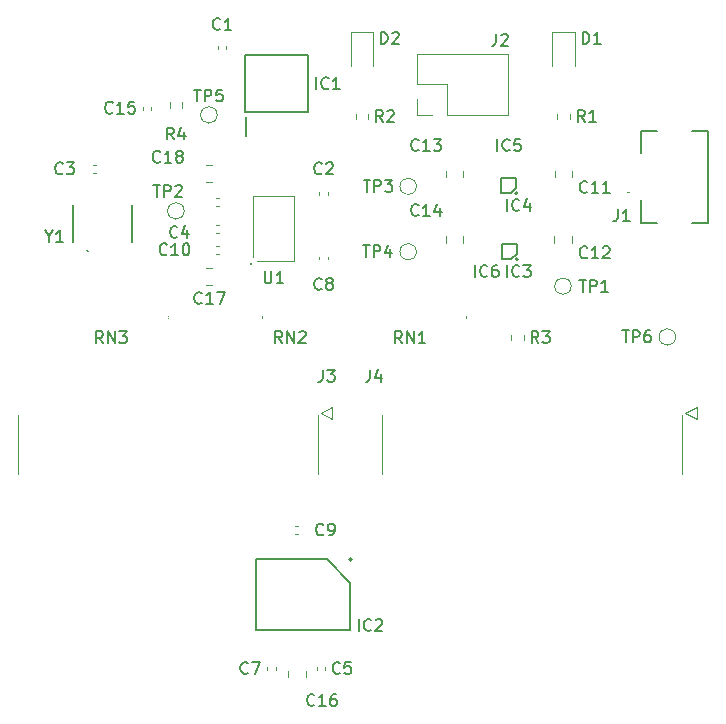
<source format=gto>
%TF.GenerationSoftware,KiCad,Pcbnew,(6.0.5)*%
%TF.CreationDate,2022-09-03T12:51:18+02:00*%
%TF.ProjectId,hyperram_asic,68797065-7272-4616-9d5f-617369632e6b,rev?*%
%TF.SameCoordinates,Original*%
%TF.FileFunction,Legend,Top*%
%TF.FilePolarity,Positive*%
%FSLAX46Y46*%
G04 Gerber Fmt 4.6, Leading zero omitted, Abs format (unit mm)*
G04 Created by KiCad (PCBNEW (6.0.5)) date 2022-09-03 12:51:18*
%MOMM*%
%LPD*%
G01*
G04 APERTURE LIST*
%ADD10C,0.150000*%
%ADD11C,0.120000*%
%ADD12C,0.200000*%
%ADD13C,0.100000*%
G04 APERTURE END LIST*
D10*
%TO.C,IC6*%
X182183209Y-92451180D02*
X182183209Y-91451180D01*
X183230828Y-92355942D02*
X183183209Y-92403561D01*
X183040352Y-92451180D01*
X182945114Y-92451180D01*
X182802257Y-92403561D01*
X182707019Y-92308323D01*
X182659400Y-92213085D01*
X182611780Y-92022609D01*
X182611780Y-91879752D01*
X182659400Y-91689276D01*
X182707019Y-91594038D01*
X182802257Y-91498800D01*
X182945114Y-91451180D01*
X183040352Y-91451180D01*
X183183209Y-91498800D01*
X183230828Y-91546419D01*
X184087971Y-91451180D02*
X183897495Y-91451180D01*
X183802257Y-91498800D01*
X183754638Y-91546419D01*
X183659400Y-91689276D01*
X183611780Y-91879752D01*
X183611780Y-92260704D01*
X183659400Y-92355942D01*
X183707019Y-92403561D01*
X183802257Y-92451180D01*
X183992733Y-92451180D01*
X184087971Y-92403561D01*
X184135590Y-92355942D01*
X184183209Y-92260704D01*
X184183209Y-92022609D01*
X184135590Y-91927371D01*
X184087971Y-91879752D01*
X183992733Y-91832133D01*
X183802257Y-91832133D01*
X183707019Y-91879752D01*
X183659400Y-91927371D01*
X183611780Y-92022609D01*
%TO.C,IC5*%
X184082809Y-81783180D02*
X184082809Y-80783180D01*
X185130428Y-81687942D02*
X185082809Y-81735561D01*
X184939952Y-81783180D01*
X184844714Y-81783180D01*
X184701857Y-81735561D01*
X184606619Y-81640323D01*
X184559000Y-81545085D01*
X184511380Y-81354609D01*
X184511380Y-81211752D01*
X184559000Y-81021276D01*
X184606619Y-80926038D01*
X184701857Y-80830800D01*
X184844714Y-80783180D01*
X184939952Y-80783180D01*
X185082809Y-80830800D01*
X185130428Y-80878419D01*
X186035190Y-80783180D02*
X185559000Y-80783180D01*
X185511380Y-81259371D01*
X185559000Y-81211752D01*
X185654238Y-81164133D01*
X185892333Y-81164133D01*
X185987571Y-81211752D01*
X186035190Y-81259371D01*
X186082809Y-81354609D01*
X186082809Y-81592704D01*
X186035190Y-81687942D01*
X185987571Y-81735561D01*
X185892333Y-81783180D01*
X185654238Y-81783180D01*
X185559000Y-81735561D01*
X185511380Y-81687942D01*
%TO.C,R2*%
X174382133Y-79344780D02*
X174048800Y-78868590D01*
X173810704Y-79344780D02*
X173810704Y-78344780D01*
X174191657Y-78344780D01*
X174286895Y-78392400D01*
X174334514Y-78440019D01*
X174382133Y-78535257D01*
X174382133Y-78678114D01*
X174334514Y-78773352D01*
X174286895Y-78820971D01*
X174191657Y-78868590D01*
X173810704Y-78868590D01*
X174763085Y-78440019D02*
X174810704Y-78392400D01*
X174905942Y-78344780D01*
X175144038Y-78344780D01*
X175239276Y-78392400D01*
X175286895Y-78440019D01*
X175334514Y-78535257D01*
X175334514Y-78630495D01*
X175286895Y-78773352D01*
X174715466Y-79344780D01*
X175334514Y-79344780D01*
%TO.C,C15*%
X151503142Y-78529642D02*
X151455523Y-78577261D01*
X151312666Y-78624880D01*
X151217428Y-78624880D01*
X151074571Y-78577261D01*
X150979333Y-78482023D01*
X150931714Y-78386785D01*
X150884095Y-78196309D01*
X150884095Y-78053452D01*
X150931714Y-77862976D01*
X150979333Y-77767738D01*
X151074571Y-77672500D01*
X151217428Y-77624880D01*
X151312666Y-77624880D01*
X151455523Y-77672500D01*
X151503142Y-77720119D01*
X152455523Y-78624880D02*
X151884095Y-78624880D01*
X152169809Y-78624880D02*
X152169809Y-77624880D01*
X152074571Y-77767738D01*
X151979333Y-77862976D01*
X151884095Y-77910595D01*
X153360285Y-77624880D02*
X152884095Y-77624880D01*
X152836476Y-78101071D01*
X152884095Y-78053452D01*
X152979333Y-78005833D01*
X153217428Y-78005833D01*
X153312666Y-78053452D01*
X153360285Y-78101071D01*
X153407904Y-78196309D01*
X153407904Y-78434404D01*
X153360285Y-78529642D01*
X153312666Y-78577261D01*
X153217428Y-78624880D01*
X152979333Y-78624880D01*
X152884095Y-78577261D01*
X152836476Y-78529642D01*
%TO.C,C1*%
X160615333Y-71451742D02*
X160567714Y-71499361D01*
X160424857Y-71546980D01*
X160329619Y-71546980D01*
X160186761Y-71499361D01*
X160091523Y-71404123D01*
X160043904Y-71308885D01*
X159996285Y-71118409D01*
X159996285Y-70975552D01*
X160043904Y-70785076D01*
X160091523Y-70689838D01*
X160186761Y-70594600D01*
X160329619Y-70546980D01*
X160424857Y-70546980D01*
X160567714Y-70594600D01*
X160615333Y-70642219D01*
X161567714Y-71546980D02*
X160996285Y-71546980D01*
X161282000Y-71546980D02*
X161282000Y-70546980D01*
X161186761Y-70689838D01*
X161091523Y-70785076D01*
X160996285Y-70832695D01*
%TO.C,D1*%
X191311304Y-72715380D02*
X191311304Y-71715380D01*
X191549400Y-71715380D01*
X191692257Y-71763000D01*
X191787495Y-71858238D01*
X191835114Y-71953476D01*
X191882733Y-72143952D01*
X191882733Y-72286809D01*
X191835114Y-72477285D01*
X191787495Y-72572523D01*
X191692257Y-72667761D01*
X191549400Y-72715380D01*
X191311304Y-72715380D01*
X192835114Y-72715380D02*
X192263685Y-72715380D01*
X192549400Y-72715380D02*
X192549400Y-71715380D01*
X192454161Y-71858238D01*
X192358923Y-71953476D01*
X192263685Y-72001095D01*
%TO.C,TP2*%
X154948095Y-84669380D02*
X155519523Y-84669380D01*
X155233809Y-85669380D02*
X155233809Y-84669380D01*
X155852857Y-85669380D02*
X155852857Y-84669380D01*
X156233809Y-84669380D01*
X156329047Y-84717000D01*
X156376666Y-84764619D01*
X156424285Y-84859857D01*
X156424285Y-85002714D01*
X156376666Y-85097952D01*
X156329047Y-85145571D01*
X156233809Y-85193190D01*
X155852857Y-85193190D01*
X156805238Y-84764619D02*
X156852857Y-84717000D01*
X156948095Y-84669380D01*
X157186190Y-84669380D01*
X157281428Y-84717000D01*
X157329047Y-84764619D01*
X157376666Y-84859857D01*
X157376666Y-84955095D01*
X157329047Y-85097952D01*
X156757619Y-85669380D01*
X157376666Y-85669380D01*
%TO.C,C12*%
X191685942Y-90781142D02*
X191638323Y-90828761D01*
X191495466Y-90876380D01*
X191400228Y-90876380D01*
X191257371Y-90828761D01*
X191162133Y-90733523D01*
X191114514Y-90638285D01*
X191066895Y-90447809D01*
X191066895Y-90304952D01*
X191114514Y-90114476D01*
X191162133Y-90019238D01*
X191257371Y-89924000D01*
X191400228Y-89876380D01*
X191495466Y-89876380D01*
X191638323Y-89924000D01*
X191685942Y-89971619D01*
X192638323Y-90876380D02*
X192066895Y-90876380D01*
X192352609Y-90876380D02*
X192352609Y-89876380D01*
X192257371Y-90019238D01*
X192162133Y-90114476D01*
X192066895Y-90162095D01*
X193019276Y-89971619D02*
X193066895Y-89924000D01*
X193162133Y-89876380D01*
X193400228Y-89876380D01*
X193495466Y-89924000D01*
X193543085Y-89971619D01*
X193590704Y-90066857D01*
X193590704Y-90162095D01*
X193543085Y-90304952D01*
X192971657Y-90876380D01*
X193590704Y-90876380D01*
%TO.C,C7*%
X162952133Y-125960142D02*
X162904514Y-126007761D01*
X162761657Y-126055380D01*
X162666419Y-126055380D01*
X162523561Y-126007761D01*
X162428323Y-125912523D01*
X162380704Y-125817285D01*
X162333085Y-125626809D01*
X162333085Y-125483952D01*
X162380704Y-125293476D01*
X162428323Y-125198238D01*
X162523561Y-125103000D01*
X162666419Y-125055380D01*
X162761657Y-125055380D01*
X162904514Y-125103000D01*
X162952133Y-125150619D01*
X163285466Y-125055380D02*
X163952133Y-125055380D01*
X163523561Y-126055380D01*
%TO.C,IC3*%
X184901009Y-92451180D02*
X184901009Y-91451180D01*
X185948628Y-92355942D02*
X185901009Y-92403561D01*
X185758152Y-92451180D01*
X185662914Y-92451180D01*
X185520057Y-92403561D01*
X185424819Y-92308323D01*
X185377200Y-92213085D01*
X185329580Y-92022609D01*
X185329580Y-91879752D01*
X185377200Y-91689276D01*
X185424819Y-91594038D01*
X185520057Y-91498800D01*
X185662914Y-91451180D01*
X185758152Y-91451180D01*
X185901009Y-91498800D01*
X185948628Y-91546419D01*
X186281961Y-91451180D02*
X186901009Y-91451180D01*
X186567676Y-91832133D01*
X186710533Y-91832133D01*
X186805771Y-91879752D01*
X186853390Y-91927371D01*
X186901009Y-92022609D01*
X186901009Y-92260704D01*
X186853390Y-92355942D01*
X186805771Y-92403561D01*
X186710533Y-92451180D01*
X186424819Y-92451180D01*
X186329580Y-92403561D01*
X186281961Y-92355942D01*
%TO.C,R3*%
X187564733Y-98039180D02*
X187231400Y-97562990D01*
X186993304Y-98039180D02*
X186993304Y-97039180D01*
X187374257Y-97039180D01*
X187469495Y-97086800D01*
X187517114Y-97134419D01*
X187564733Y-97229657D01*
X187564733Y-97372514D01*
X187517114Y-97467752D01*
X187469495Y-97515371D01*
X187374257Y-97562990D01*
X186993304Y-97562990D01*
X187898066Y-97039180D02*
X188517114Y-97039180D01*
X188183780Y-97420133D01*
X188326638Y-97420133D01*
X188421876Y-97467752D01*
X188469495Y-97515371D01*
X188517114Y-97610609D01*
X188517114Y-97848704D01*
X188469495Y-97943942D01*
X188421876Y-97991561D01*
X188326638Y-98039180D01*
X188040923Y-98039180D01*
X187945685Y-97991561D01*
X187898066Y-97943942D01*
%TO.C,C5*%
X170749933Y-125960142D02*
X170702314Y-126007761D01*
X170559457Y-126055380D01*
X170464219Y-126055380D01*
X170321361Y-126007761D01*
X170226123Y-125912523D01*
X170178504Y-125817285D01*
X170130885Y-125626809D01*
X170130885Y-125483952D01*
X170178504Y-125293476D01*
X170226123Y-125198238D01*
X170321361Y-125103000D01*
X170464219Y-125055380D01*
X170559457Y-125055380D01*
X170702314Y-125103000D01*
X170749933Y-125150619D01*
X171654695Y-125055380D02*
X171178504Y-125055380D01*
X171130885Y-125531571D01*
X171178504Y-125483952D01*
X171273742Y-125436333D01*
X171511838Y-125436333D01*
X171607076Y-125483952D01*
X171654695Y-125531571D01*
X171702314Y-125626809D01*
X171702314Y-125864904D01*
X171654695Y-125960142D01*
X171607076Y-126007761D01*
X171511838Y-126055380D01*
X171273742Y-126055380D01*
X171178504Y-126007761D01*
X171130885Y-125960142D01*
%TO.C,C16*%
X168597342Y-128677942D02*
X168549723Y-128725561D01*
X168406866Y-128773180D01*
X168311628Y-128773180D01*
X168168771Y-128725561D01*
X168073533Y-128630323D01*
X168025914Y-128535085D01*
X167978295Y-128344609D01*
X167978295Y-128201752D01*
X168025914Y-128011276D01*
X168073533Y-127916038D01*
X168168771Y-127820800D01*
X168311628Y-127773180D01*
X168406866Y-127773180D01*
X168549723Y-127820800D01*
X168597342Y-127868419D01*
X169549723Y-128773180D02*
X168978295Y-128773180D01*
X169264009Y-128773180D02*
X169264009Y-127773180D01*
X169168771Y-127916038D01*
X169073533Y-128011276D01*
X168978295Y-128058895D01*
X170406866Y-127773180D02*
X170216390Y-127773180D01*
X170121152Y-127820800D01*
X170073533Y-127868419D01*
X169978295Y-128011276D01*
X169930676Y-128201752D01*
X169930676Y-128582704D01*
X169978295Y-128677942D01*
X170025914Y-128725561D01*
X170121152Y-128773180D01*
X170311628Y-128773180D01*
X170406866Y-128725561D01*
X170454485Y-128677942D01*
X170502104Y-128582704D01*
X170502104Y-128344609D01*
X170454485Y-128249371D01*
X170406866Y-128201752D01*
X170311628Y-128154133D01*
X170121152Y-128154133D01*
X170025914Y-128201752D01*
X169978295Y-128249371D01*
X169930676Y-128344609D01*
%TO.C,J2*%
X183969066Y-71893180D02*
X183969066Y-72607466D01*
X183921447Y-72750323D01*
X183826209Y-72845561D01*
X183683352Y-72893180D01*
X183588114Y-72893180D01*
X184397638Y-71988419D02*
X184445257Y-71940800D01*
X184540495Y-71893180D01*
X184778590Y-71893180D01*
X184873828Y-71940800D01*
X184921447Y-71988419D01*
X184969066Y-72083657D01*
X184969066Y-72178895D01*
X184921447Y-72321752D01*
X184350019Y-72893180D01*
X184969066Y-72893180D01*
%TO.C,J3*%
X169313266Y-100315780D02*
X169313266Y-101030066D01*
X169265647Y-101172923D01*
X169170409Y-101268161D01*
X169027552Y-101315780D01*
X168932314Y-101315780D01*
X169694219Y-100315780D02*
X170313266Y-100315780D01*
X169979933Y-100696733D01*
X170122790Y-100696733D01*
X170218028Y-100744352D01*
X170265647Y-100791971D01*
X170313266Y-100887209D01*
X170313266Y-101125304D01*
X170265647Y-101220542D01*
X170218028Y-101268161D01*
X170122790Y-101315780D01*
X169837076Y-101315780D01*
X169741838Y-101268161D01*
X169694219Y-101220542D01*
%TO.C,RN2*%
X165857323Y-98052380D02*
X165523990Y-97576190D01*
X165285895Y-98052380D02*
X165285895Y-97052380D01*
X165666847Y-97052380D01*
X165762085Y-97100000D01*
X165809704Y-97147619D01*
X165857323Y-97242857D01*
X165857323Y-97385714D01*
X165809704Y-97480952D01*
X165762085Y-97528571D01*
X165666847Y-97576190D01*
X165285895Y-97576190D01*
X166285895Y-98052380D02*
X166285895Y-97052380D01*
X166857323Y-98052380D01*
X166857323Y-97052380D01*
X167285895Y-97147619D02*
X167333514Y-97100000D01*
X167428752Y-97052380D01*
X167666847Y-97052380D01*
X167762085Y-97100000D01*
X167809704Y-97147619D01*
X167857323Y-97242857D01*
X167857323Y-97338095D01*
X167809704Y-97480952D01*
X167238276Y-98052380D01*
X167857323Y-98052380D01*
%TO.C,R4*%
X156703733Y-80817980D02*
X156370400Y-80341790D01*
X156132304Y-80817980D02*
X156132304Y-79817980D01*
X156513257Y-79817980D01*
X156608495Y-79865600D01*
X156656114Y-79913219D01*
X156703733Y-80008457D01*
X156703733Y-80151314D01*
X156656114Y-80246552D01*
X156608495Y-80294171D01*
X156513257Y-80341790D01*
X156132304Y-80341790D01*
X157560876Y-80151314D02*
X157560876Y-80817980D01*
X157322780Y-79770361D02*
X157084685Y-80484647D01*
X157703733Y-80484647D01*
%TO.C,RN1*%
X175991923Y-98064580D02*
X175658590Y-97588390D01*
X175420495Y-98064580D02*
X175420495Y-97064580D01*
X175801447Y-97064580D01*
X175896685Y-97112200D01*
X175944304Y-97159819D01*
X175991923Y-97255057D01*
X175991923Y-97397914D01*
X175944304Y-97493152D01*
X175896685Y-97540771D01*
X175801447Y-97588390D01*
X175420495Y-97588390D01*
X176420495Y-98064580D02*
X176420495Y-97064580D01*
X176991923Y-98064580D01*
X176991923Y-97064580D01*
X177991923Y-98064580D02*
X177420495Y-98064580D01*
X177706209Y-98064580D02*
X177706209Y-97064580D01*
X177610971Y-97207438D01*
X177515733Y-97302676D01*
X177420495Y-97350295D01*
%TO.C,TP3*%
X172753495Y-84237580D02*
X173324923Y-84237580D01*
X173039209Y-85237580D02*
X173039209Y-84237580D01*
X173658257Y-85237580D02*
X173658257Y-84237580D01*
X174039209Y-84237580D01*
X174134447Y-84285200D01*
X174182066Y-84332819D01*
X174229685Y-84428057D01*
X174229685Y-84570914D01*
X174182066Y-84666152D01*
X174134447Y-84713771D01*
X174039209Y-84761390D01*
X173658257Y-84761390D01*
X174563019Y-84237580D02*
X175182066Y-84237580D01*
X174848733Y-84618533D01*
X174991590Y-84618533D01*
X175086828Y-84666152D01*
X175134447Y-84713771D01*
X175182066Y-84809009D01*
X175182066Y-85047104D01*
X175134447Y-85142342D01*
X175086828Y-85189961D01*
X174991590Y-85237580D01*
X174705876Y-85237580D01*
X174610638Y-85189961D01*
X174563019Y-85142342D01*
%TO.C,D2*%
X174217104Y-72715380D02*
X174217104Y-71715380D01*
X174455200Y-71715380D01*
X174598057Y-71763000D01*
X174693295Y-71858238D01*
X174740914Y-71953476D01*
X174788533Y-72143952D01*
X174788533Y-72286809D01*
X174740914Y-72477285D01*
X174693295Y-72572523D01*
X174598057Y-72667761D01*
X174455200Y-72715380D01*
X174217104Y-72715380D01*
X175169485Y-71810619D02*
X175217104Y-71763000D01*
X175312342Y-71715380D01*
X175550438Y-71715380D01*
X175645676Y-71763000D01*
X175693295Y-71810619D01*
X175740914Y-71905857D01*
X175740914Y-72001095D01*
X175693295Y-72143952D01*
X175121866Y-72715380D01*
X175740914Y-72715380D01*
%TO.C,IC2*%
X172353409Y-122423180D02*
X172353409Y-121423180D01*
X173401028Y-122327942D02*
X173353409Y-122375561D01*
X173210552Y-122423180D01*
X173115314Y-122423180D01*
X172972457Y-122375561D01*
X172877219Y-122280323D01*
X172829600Y-122185085D01*
X172781980Y-121994609D01*
X172781980Y-121851752D01*
X172829600Y-121661276D01*
X172877219Y-121566038D01*
X172972457Y-121470800D01*
X173115314Y-121423180D01*
X173210552Y-121423180D01*
X173353409Y-121470800D01*
X173401028Y-121518419D01*
X173781980Y-121518419D02*
X173829600Y-121470800D01*
X173924838Y-121423180D01*
X174162933Y-121423180D01*
X174258171Y-121470800D01*
X174305790Y-121518419D01*
X174353409Y-121613657D01*
X174353409Y-121708895D01*
X174305790Y-121851752D01*
X173734361Y-122423180D01*
X174353409Y-122423180D01*
%TO.C,TP5*%
X158402495Y-76592180D02*
X158973923Y-76592180D01*
X158688209Y-77592180D02*
X158688209Y-76592180D01*
X159307257Y-77592180D02*
X159307257Y-76592180D01*
X159688209Y-76592180D01*
X159783447Y-76639800D01*
X159831066Y-76687419D01*
X159878685Y-76782657D01*
X159878685Y-76925514D01*
X159831066Y-77020752D01*
X159783447Y-77068371D01*
X159688209Y-77115990D01*
X159307257Y-77115990D01*
X160783447Y-76592180D02*
X160307257Y-76592180D01*
X160259638Y-77068371D01*
X160307257Y-77020752D01*
X160402495Y-76973133D01*
X160640590Y-76973133D01*
X160735828Y-77020752D01*
X160783447Y-77068371D01*
X160831066Y-77163609D01*
X160831066Y-77401704D01*
X160783447Y-77496942D01*
X160735828Y-77544561D01*
X160640590Y-77592180D01*
X160402495Y-77592180D01*
X160307257Y-77544561D01*
X160259638Y-77496942D01*
%TO.C,C13*%
X177411142Y-81687942D02*
X177363523Y-81735561D01*
X177220666Y-81783180D01*
X177125428Y-81783180D01*
X176982571Y-81735561D01*
X176887333Y-81640323D01*
X176839714Y-81545085D01*
X176792095Y-81354609D01*
X176792095Y-81211752D01*
X176839714Y-81021276D01*
X176887333Y-80926038D01*
X176982571Y-80830800D01*
X177125428Y-80783180D01*
X177220666Y-80783180D01*
X177363523Y-80830800D01*
X177411142Y-80878419D01*
X178363523Y-81783180D02*
X177792095Y-81783180D01*
X178077809Y-81783180D02*
X178077809Y-80783180D01*
X177982571Y-80926038D01*
X177887333Y-81021276D01*
X177792095Y-81068895D01*
X178696857Y-80783180D02*
X179315904Y-80783180D01*
X178982571Y-81164133D01*
X179125428Y-81164133D01*
X179220666Y-81211752D01*
X179268285Y-81259371D01*
X179315904Y-81354609D01*
X179315904Y-81592704D01*
X179268285Y-81687942D01*
X179220666Y-81735561D01*
X179125428Y-81783180D01*
X178839714Y-81783180D01*
X178744476Y-81735561D01*
X178696857Y-81687942D01*
%TO.C,TP6*%
X194648295Y-96988380D02*
X195219723Y-96988380D01*
X194934009Y-97988380D02*
X194934009Y-96988380D01*
X195553057Y-97988380D02*
X195553057Y-96988380D01*
X195934009Y-96988380D01*
X196029247Y-97036000D01*
X196076866Y-97083619D01*
X196124485Y-97178857D01*
X196124485Y-97321714D01*
X196076866Y-97416952D01*
X196029247Y-97464571D01*
X195934009Y-97512190D01*
X195553057Y-97512190D01*
X196981628Y-96988380D02*
X196791152Y-96988380D01*
X196695914Y-97036000D01*
X196648295Y-97083619D01*
X196553057Y-97226476D01*
X196505438Y-97416952D01*
X196505438Y-97797904D01*
X196553057Y-97893142D01*
X196600676Y-97940761D01*
X196695914Y-97988380D01*
X196886390Y-97988380D01*
X196981628Y-97940761D01*
X197029247Y-97893142D01*
X197076866Y-97797904D01*
X197076866Y-97559809D01*
X197029247Y-97464571D01*
X196981628Y-97416952D01*
X196886390Y-97369333D01*
X196695914Y-97369333D01*
X196600676Y-97416952D01*
X196553057Y-97464571D01*
X196505438Y-97559809D01*
%TO.C,C11*%
X191685942Y-85243942D02*
X191638323Y-85291561D01*
X191495466Y-85339180D01*
X191400228Y-85339180D01*
X191257371Y-85291561D01*
X191162133Y-85196323D01*
X191114514Y-85101085D01*
X191066895Y-84910609D01*
X191066895Y-84767752D01*
X191114514Y-84577276D01*
X191162133Y-84482038D01*
X191257371Y-84386800D01*
X191400228Y-84339180D01*
X191495466Y-84339180D01*
X191638323Y-84386800D01*
X191685942Y-84434419D01*
X192638323Y-85339180D02*
X192066895Y-85339180D01*
X192352609Y-85339180D02*
X192352609Y-84339180D01*
X192257371Y-84482038D01*
X192162133Y-84577276D01*
X192066895Y-84624895D01*
X193590704Y-85339180D02*
X193019276Y-85339180D01*
X193304990Y-85339180D02*
X193304990Y-84339180D01*
X193209752Y-84482038D01*
X193114514Y-84577276D01*
X193019276Y-84624895D01*
%TO.C,C4*%
X156983133Y-89053942D02*
X156935514Y-89101561D01*
X156792657Y-89149180D01*
X156697419Y-89149180D01*
X156554561Y-89101561D01*
X156459323Y-89006323D01*
X156411704Y-88911085D01*
X156364085Y-88720609D01*
X156364085Y-88577752D01*
X156411704Y-88387276D01*
X156459323Y-88292038D01*
X156554561Y-88196800D01*
X156697419Y-88149180D01*
X156792657Y-88149180D01*
X156935514Y-88196800D01*
X156983133Y-88244419D01*
X157840276Y-88482514D02*
X157840276Y-89149180D01*
X157602180Y-88101561D02*
X157364085Y-88815847D01*
X157983133Y-88815847D01*
%TO.C,TP4*%
X172702695Y-89774780D02*
X173274123Y-89774780D01*
X172988409Y-90774780D02*
X172988409Y-89774780D01*
X173607457Y-90774780D02*
X173607457Y-89774780D01*
X173988409Y-89774780D01*
X174083647Y-89822400D01*
X174131266Y-89870019D01*
X174178885Y-89965257D01*
X174178885Y-90108114D01*
X174131266Y-90203352D01*
X174083647Y-90250971D01*
X173988409Y-90298590D01*
X173607457Y-90298590D01*
X175036028Y-90108114D02*
X175036028Y-90774780D01*
X174797933Y-89727161D02*
X174559838Y-90441447D01*
X175178885Y-90441447D01*
%TO.C,J4*%
X173301066Y-100315780D02*
X173301066Y-101030066D01*
X173253447Y-101172923D01*
X173158209Y-101268161D01*
X173015352Y-101315780D01*
X172920114Y-101315780D01*
X174205828Y-100649114D02*
X174205828Y-101315780D01*
X173967733Y-100268161D02*
X173729638Y-100982447D01*
X174348685Y-100982447D01*
%TO.C,J1*%
X194281466Y-86726780D02*
X194281466Y-87441066D01*
X194233847Y-87583923D01*
X194138609Y-87679161D01*
X193995752Y-87726780D01*
X193900514Y-87726780D01*
X195281466Y-87726780D02*
X194710038Y-87726780D01*
X194995752Y-87726780D02*
X194995752Y-86726780D01*
X194900514Y-86869638D01*
X194805276Y-86964876D01*
X194710038Y-87012495D01*
%TO.C,U1*%
X164388895Y-91984580D02*
X164388895Y-92794104D01*
X164436514Y-92889342D01*
X164484133Y-92936961D01*
X164579371Y-92984580D01*
X164769847Y-92984580D01*
X164865085Y-92936961D01*
X164912704Y-92889342D01*
X164960323Y-92794104D01*
X164960323Y-91984580D01*
X165960323Y-92984580D02*
X165388895Y-92984580D01*
X165674609Y-92984580D02*
X165674609Y-91984580D01*
X165579371Y-92127438D01*
X165484133Y-92222676D01*
X165388895Y-92270295D01*
%TO.C,C2*%
X169200533Y-83669142D02*
X169152914Y-83716761D01*
X169010057Y-83764380D01*
X168914819Y-83764380D01*
X168771961Y-83716761D01*
X168676723Y-83621523D01*
X168629104Y-83526285D01*
X168581485Y-83335809D01*
X168581485Y-83192952D01*
X168629104Y-83002476D01*
X168676723Y-82907238D01*
X168771961Y-82812000D01*
X168914819Y-82764380D01*
X169010057Y-82764380D01*
X169152914Y-82812000D01*
X169200533Y-82859619D01*
X169581485Y-82859619D02*
X169629104Y-82812000D01*
X169724342Y-82764380D01*
X169962438Y-82764380D01*
X170057676Y-82812000D01*
X170105295Y-82859619D01*
X170152914Y-82954857D01*
X170152914Y-83050095D01*
X170105295Y-83192952D01*
X169533866Y-83764380D01*
X170152914Y-83764380D01*
%TO.C,RN3*%
X150693523Y-98064580D02*
X150360190Y-97588390D01*
X150122095Y-98064580D02*
X150122095Y-97064580D01*
X150503047Y-97064580D01*
X150598285Y-97112200D01*
X150645904Y-97159819D01*
X150693523Y-97255057D01*
X150693523Y-97397914D01*
X150645904Y-97493152D01*
X150598285Y-97540771D01*
X150503047Y-97588390D01*
X150122095Y-97588390D01*
X151122095Y-98064580D02*
X151122095Y-97064580D01*
X151693523Y-98064580D01*
X151693523Y-97064580D01*
X152074476Y-97064580D02*
X152693523Y-97064580D01*
X152360190Y-97445533D01*
X152503047Y-97445533D01*
X152598285Y-97493152D01*
X152645904Y-97540771D01*
X152693523Y-97636009D01*
X152693523Y-97874104D01*
X152645904Y-97969342D01*
X152598285Y-98016961D01*
X152503047Y-98064580D01*
X152217333Y-98064580D01*
X152122095Y-98016961D01*
X152074476Y-97969342D01*
%TO.C,C17*%
X159046942Y-94641942D02*
X158999323Y-94689561D01*
X158856466Y-94737180D01*
X158761228Y-94737180D01*
X158618371Y-94689561D01*
X158523133Y-94594323D01*
X158475514Y-94499085D01*
X158427895Y-94308609D01*
X158427895Y-94165752D01*
X158475514Y-93975276D01*
X158523133Y-93880038D01*
X158618371Y-93784800D01*
X158761228Y-93737180D01*
X158856466Y-93737180D01*
X158999323Y-93784800D01*
X159046942Y-93832419D01*
X159999323Y-94737180D02*
X159427895Y-94737180D01*
X159713609Y-94737180D02*
X159713609Y-93737180D01*
X159618371Y-93880038D01*
X159523133Y-93975276D01*
X159427895Y-94022895D01*
X160332657Y-93737180D02*
X160999323Y-93737180D01*
X160570752Y-94737180D01*
%TO.C,R1*%
X191476333Y-79332580D02*
X191143000Y-78856390D01*
X190904904Y-79332580D02*
X190904904Y-78332580D01*
X191285857Y-78332580D01*
X191381095Y-78380200D01*
X191428714Y-78427819D01*
X191476333Y-78523057D01*
X191476333Y-78665914D01*
X191428714Y-78761152D01*
X191381095Y-78808771D01*
X191285857Y-78856390D01*
X190904904Y-78856390D01*
X192428714Y-79332580D02*
X191857285Y-79332580D01*
X192143000Y-79332580D02*
X192143000Y-78332580D01*
X192047761Y-78475438D01*
X191952523Y-78570676D01*
X191857285Y-78618295D01*
%TO.C,C14*%
X177411142Y-87199742D02*
X177363523Y-87247361D01*
X177220666Y-87294980D01*
X177125428Y-87294980D01*
X176982571Y-87247361D01*
X176887333Y-87152123D01*
X176839714Y-87056885D01*
X176792095Y-86866409D01*
X176792095Y-86723552D01*
X176839714Y-86533076D01*
X176887333Y-86437838D01*
X176982571Y-86342600D01*
X177125428Y-86294980D01*
X177220666Y-86294980D01*
X177363523Y-86342600D01*
X177411142Y-86390219D01*
X178363523Y-87294980D02*
X177792095Y-87294980D01*
X178077809Y-87294980D02*
X178077809Y-86294980D01*
X177982571Y-86437838D01*
X177887333Y-86533076D01*
X177792095Y-86580695D01*
X179220666Y-86628314D02*
X179220666Y-87294980D01*
X178982571Y-86247361D02*
X178744476Y-86961647D01*
X179363523Y-86961647D01*
%TO.C,C18*%
X155541742Y-82678542D02*
X155494123Y-82726161D01*
X155351266Y-82773780D01*
X155256028Y-82773780D01*
X155113171Y-82726161D01*
X155017933Y-82630923D01*
X154970314Y-82535685D01*
X154922695Y-82345209D01*
X154922695Y-82202352D01*
X154970314Y-82011876D01*
X155017933Y-81916638D01*
X155113171Y-81821400D01*
X155256028Y-81773780D01*
X155351266Y-81773780D01*
X155494123Y-81821400D01*
X155541742Y-81869019D01*
X156494123Y-82773780D02*
X155922695Y-82773780D01*
X156208409Y-82773780D02*
X156208409Y-81773780D01*
X156113171Y-81916638D01*
X156017933Y-82011876D01*
X155922695Y-82059495D01*
X157065552Y-82202352D02*
X156970314Y-82154733D01*
X156922695Y-82107114D01*
X156875076Y-82011876D01*
X156875076Y-81964257D01*
X156922695Y-81869019D01*
X156970314Y-81821400D01*
X157065552Y-81773780D01*
X157256028Y-81773780D01*
X157351266Y-81821400D01*
X157398885Y-81869019D01*
X157446504Y-81964257D01*
X157446504Y-82011876D01*
X157398885Y-82107114D01*
X157351266Y-82154733D01*
X157256028Y-82202352D01*
X157065552Y-82202352D01*
X156970314Y-82249971D01*
X156922695Y-82297590D01*
X156875076Y-82392828D01*
X156875076Y-82583304D01*
X156922695Y-82678542D01*
X156970314Y-82726161D01*
X157065552Y-82773780D01*
X157256028Y-82773780D01*
X157351266Y-82726161D01*
X157398885Y-82678542D01*
X157446504Y-82583304D01*
X157446504Y-82392828D01*
X157398885Y-82297590D01*
X157351266Y-82249971D01*
X157256028Y-82202352D01*
%TO.C,C8*%
X169200533Y-93448142D02*
X169152914Y-93495761D01*
X169010057Y-93543380D01*
X168914819Y-93543380D01*
X168771961Y-93495761D01*
X168676723Y-93400523D01*
X168629104Y-93305285D01*
X168581485Y-93114809D01*
X168581485Y-92971952D01*
X168629104Y-92781476D01*
X168676723Y-92686238D01*
X168771961Y-92591000D01*
X168914819Y-92543380D01*
X169010057Y-92543380D01*
X169152914Y-92591000D01*
X169200533Y-92638619D01*
X169771961Y-92971952D02*
X169676723Y-92924333D01*
X169629104Y-92876714D01*
X169581485Y-92781476D01*
X169581485Y-92733857D01*
X169629104Y-92638619D01*
X169676723Y-92591000D01*
X169771961Y-92543380D01*
X169962438Y-92543380D01*
X170057676Y-92591000D01*
X170105295Y-92638619D01*
X170152914Y-92733857D01*
X170152914Y-92781476D01*
X170105295Y-92876714D01*
X170057676Y-92924333D01*
X169962438Y-92971952D01*
X169771961Y-92971952D01*
X169676723Y-93019571D01*
X169629104Y-93067190D01*
X169581485Y-93162428D01*
X169581485Y-93352904D01*
X169629104Y-93448142D01*
X169676723Y-93495761D01*
X169771961Y-93543380D01*
X169962438Y-93543380D01*
X170057676Y-93495761D01*
X170105295Y-93448142D01*
X170152914Y-93352904D01*
X170152914Y-93162428D01*
X170105295Y-93067190D01*
X170057676Y-93019571D01*
X169962438Y-92971952D01*
%TO.C,Y1*%
X146107209Y-89028590D02*
X146107209Y-89504780D01*
X145773876Y-88504780D02*
X146107209Y-89028590D01*
X146440542Y-88504780D01*
X147297685Y-89504780D02*
X146726257Y-89504780D01*
X147011971Y-89504780D02*
X147011971Y-88504780D01*
X146916733Y-88647638D01*
X146821495Y-88742876D01*
X146726257Y-88790495D01*
%TO.C,C3*%
X147280333Y-83669142D02*
X147232714Y-83716761D01*
X147089857Y-83764380D01*
X146994619Y-83764380D01*
X146851761Y-83716761D01*
X146756523Y-83621523D01*
X146708904Y-83526285D01*
X146661285Y-83335809D01*
X146661285Y-83192952D01*
X146708904Y-83002476D01*
X146756523Y-82907238D01*
X146851761Y-82812000D01*
X146994619Y-82764380D01*
X147089857Y-82764380D01*
X147232714Y-82812000D01*
X147280333Y-82859619D01*
X147613666Y-82764380D02*
X148232714Y-82764380D01*
X147899380Y-83145333D01*
X148042238Y-83145333D01*
X148137476Y-83192952D01*
X148185095Y-83240571D01*
X148232714Y-83335809D01*
X148232714Y-83573904D01*
X148185095Y-83669142D01*
X148137476Y-83716761D01*
X148042238Y-83764380D01*
X147756523Y-83764380D01*
X147661285Y-83716761D01*
X147613666Y-83669142D01*
%TO.C,TP1*%
X191016095Y-92721180D02*
X191587523Y-92721180D01*
X191301809Y-93721180D02*
X191301809Y-92721180D01*
X191920857Y-93721180D02*
X191920857Y-92721180D01*
X192301809Y-92721180D01*
X192397047Y-92768800D01*
X192444666Y-92816419D01*
X192492285Y-92911657D01*
X192492285Y-93054514D01*
X192444666Y-93149752D01*
X192397047Y-93197371D01*
X192301809Y-93244990D01*
X191920857Y-93244990D01*
X193444666Y-93721180D02*
X192873238Y-93721180D01*
X193158952Y-93721180D02*
X193158952Y-92721180D01*
X193063714Y-92864038D01*
X192968476Y-92959276D01*
X192873238Y-93006895D01*
%TO.C,IC4*%
X184901009Y-86863180D02*
X184901009Y-85863180D01*
X185948628Y-86767942D02*
X185901009Y-86815561D01*
X185758152Y-86863180D01*
X185662914Y-86863180D01*
X185520057Y-86815561D01*
X185424819Y-86720323D01*
X185377200Y-86625085D01*
X185329580Y-86434609D01*
X185329580Y-86291752D01*
X185377200Y-86101276D01*
X185424819Y-86006038D01*
X185520057Y-85910800D01*
X185662914Y-85863180D01*
X185758152Y-85863180D01*
X185901009Y-85910800D01*
X185948628Y-85958419D01*
X186805771Y-86196514D02*
X186805771Y-86863180D01*
X186567676Y-85815561D02*
X186329580Y-86529847D01*
X186948628Y-86529847D01*
%TO.C,C10*%
X156100542Y-90527142D02*
X156052923Y-90574761D01*
X155910066Y-90622380D01*
X155814828Y-90622380D01*
X155671971Y-90574761D01*
X155576733Y-90479523D01*
X155529114Y-90384285D01*
X155481495Y-90193809D01*
X155481495Y-90050952D01*
X155529114Y-89860476D01*
X155576733Y-89765238D01*
X155671971Y-89670000D01*
X155814828Y-89622380D01*
X155910066Y-89622380D01*
X156052923Y-89670000D01*
X156100542Y-89717619D01*
X157052923Y-90622380D02*
X156481495Y-90622380D01*
X156767209Y-90622380D02*
X156767209Y-89622380D01*
X156671971Y-89765238D01*
X156576733Y-89860476D01*
X156481495Y-89908095D01*
X157671971Y-89622380D02*
X157767209Y-89622380D01*
X157862447Y-89670000D01*
X157910066Y-89717619D01*
X157957685Y-89812857D01*
X158005304Y-90003333D01*
X158005304Y-90241428D01*
X157957685Y-90431904D01*
X157910066Y-90527142D01*
X157862447Y-90574761D01*
X157767209Y-90622380D01*
X157671971Y-90622380D01*
X157576733Y-90574761D01*
X157529114Y-90527142D01*
X157481495Y-90431904D01*
X157433876Y-90241428D01*
X157433876Y-90003333D01*
X157481495Y-89812857D01*
X157529114Y-89717619D01*
X157576733Y-89670000D01*
X157671971Y-89622380D01*
%TO.C,IC1*%
X168746609Y-76550780D02*
X168746609Y-75550780D01*
X169794228Y-76455542D02*
X169746609Y-76503161D01*
X169603752Y-76550780D01*
X169508514Y-76550780D01*
X169365657Y-76503161D01*
X169270419Y-76407923D01*
X169222800Y-76312685D01*
X169175180Y-76122209D01*
X169175180Y-75979352D01*
X169222800Y-75788876D01*
X169270419Y-75693638D01*
X169365657Y-75598400D01*
X169508514Y-75550780D01*
X169603752Y-75550780D01*
X169746609Y-75598400D01*
X169794228Y-75646019D01*
X170746609Y-76550780D02*
X170175180Y-76550780D01*
X170460895Y-76550780D02*
X170460895Y-75550780D01*
X170365657Y-75693638D01*
X170270419Y-75788876D01*
X170175180Y-75836495D01*
%TO.C,C9*%
X169352933Y-114250742D02*
X169305314Y-114298361D01*
X169162457Y-114345980D01*
X169067219Y-114345980D01*
X168924361Y-114298361D01*
X168829123Y-114203123D01*
X168781504Y-114107885D01*
X168733885Y-113917409D01*
X168733885Y-113774552D01*
X168781504Y-113584076D01*
X168829123Y-113488838D01*
X168924361Y-113393600D01*
X169067219Y-113345980D01*
X169162457Y-113345980D01*
X169305314Y-113393600D01*
X169352933Y-113441219D01*
X169829123Y-114345980D02*
X170019600Y-114345980D01*
X170114838Y-114298361D01*
X170162457Y-114250742D01*
X170257695Y-114107885D01*
X170305314Y-113917409D01*
X170305314Y-113536457D01*
X170257695Y-113441219D01*
X170210076Y-113393600D01*
X170114838Y-113345980D01*
X169924361Y-113345980D01*
X169829123Y-113393600D01*
X169781504Y-113441219D01*
X169733885Y-113536457D01*
X169733885Y-113774552D01*
X169781504Y-113869790D01*
X169829123Y-113917409D01*
X169924361Y-113965028D01*
X170114838Y-113965028D01*
X170210076Y-113917409D01*
X170257695Y-113869790D01*
X170305314Y-113774552D01*
D11*
%TO.C,R2*%
X172095900Y-79117458D02*
X172095900Y-78642942D01*
X173140900Y-79117458D02*
X173140900Y-78642942D01*
%TO.C,C15*%
X154072000Y-78288335D02*
X154072000Y-78056665D01*
X154792000Y-78288335D02*
X154792000Y-78056665D01*
%TO.C,C1*%
X160422000Y-72943265D02*
X160422000Y-73174935D01*
X161142000Y-72943265D02*
X161142000Y-73174935D01*
%TO.C,D1*%
X190647200Y-71698400D02*
X188727200Y-71698400D01*
X190647200Y-74558400D02*
X190647200Y-71698400D01*
X188727200Y-71698400D02*
X188727200Y-74558400D01*
%TO.C,TP2*%
X157570400Y-86868000D02*
G75*
G03*
X157570400Y-86868000I-700000J0D01*
G01*
%TO.C,C12*%
X190371400Y-89542252D02*
X190371400Y-89019748D01*
X188901400Y-89542252D02*
X188901400Y-89019748D01*
%TO.C,C7*%
X164613000Y-125487165D02*
X164613000Y-125718835D01*
X165333000Y-125487165D02*
X165333000Y-125718835D01*
D12*
%TO.C,IC3*%
X185718800Y-89693400D02*
X185718800Y-90497400D01*
X184460800Y-89693400D02*
X185718800Y-89693400D01*
X185718800Y-90497400D02*
X185264800Y-90951400D01*
X184460800Y-90951400D02*
X184460800Y-89693400D01*
X185264800Y-90951400D02*
X184460800Y-90951400D01*
X185818800Y-90951400D02*
G75*
G03*
X185818800Y-90951400I-100000J0D01*
G01*
D11*
%TO.C,R3*%
X185253100Y-97362742D02*
X185253100Y-97837258D01*
X186298100Y-97362742D02*
X186298100Y-97837258D01*
%TO.C,C5*%
X168778600Y-125487165D02*
X168778600Y-125718835D01*
X169498600Y-125487165D02*
X169498600Y-125718835D01*
%TO.C,C16*%
X167867000Y-125820448D02*
X167867000Y-126342952D01*
X166397000Y-125820448D02*
X166397000Y-126342952D01*
%TO.C,J2*%
X179847000Y-76154200D02*
X177247000Y-76154200D01*
X179847000Y-78754200D02*
X184987000Y-78754200D01*
X178577000Y-78754200D02*
X177247000Y-78754200D01*
X177247000Y-78754200D02*
X177247000Y-77424200D01*
X179847000Y-78754200D02*
X179847000Y-76154200D01*
X177247000Y-73554200D02*
X184987000Y-73554200D01*
X177247000Y-76154200D02*
X177247000Y-73554200D01*
X184987000Y-78754200D02*
X184987000Y-73554200D01*
D13*
%TO.C,J3*%
X143488900Y-109180000D02*
X143488900Y-104180000D01*
X169118900Y-103980000D02*
X170118900Y-103480000D01*
X168888900Y-104180000D02*
X168888900Y-109180000D01*
X170118900Y-103480000D02*
X170118900Y-104480000D01*
X170118900Y-104480000D02*
X169118900Y-103980000D01*
%TO.C,RN2*%
X164191800Y-95900000D02*
X164191800Y-95900000D01*
X164191800Y-95800000D02*
X164191800Y-95800000D01*
X164191800Y-95900000D02*
G75*
G03*
X164191800Y-95800000I0J50000D01*
G01*
X164191800Y-95800000D02*
G75*
G03*
X164191800Y-95900000I0J-50000D01*
G01*
D11*
%TO.C,R4*%
X156347900Y-78152258D02*
X156347900Y-77677742D01*
X157392900Y-78152258D02*
X157392900Y-77677742D01*
D13*
%TO.C,RN1*%
X181438400Y-95800000D02*
X181438400Y-95800000D01*
X181438400Y-95900000D02*
X181438400Y-95900000D01*
X181438400Y-95800000D02*
G75*
G03*
X181438400Y-95900000I0J-50000D01*
G01*
X181438400Y-95900000D02*
G75*
G03*
X181438400Y-95800000I0J50000D01*
G01*
D11*
%TO.C,TP3*%
X177230000Y-84785200D02*
G75*
G03*
X177230000Y-84785200I-700000J0D01*
G01*
%TO.C,D2*%
X171658400Y-71698400D02*
X171658400Y-74558400D01*
X173578400Y-74558400D02*
X173578400Y-71698400D01*
X173578400Y-71698400D02*
X171658400Y-71698400D01*
D12*
%TO.C,IC2*%
X169640000Y-116380000D02*
X171640000Y-118380000D01*
X171640000Y-122380000D02*
X163640000Y-122380000D01*
X163640000Y-116380000D02*
X169640000Y-116380000D01*
X171640000Y-118380000D02*
X171640000Y-122380000D01*
X163640000Y-122380000D02*
X163640000Y-116380000D01*
X171740000Y-116380000D02*
G75*
G03*
X171740000Y-116380000I-100000J0D01*
G01*
D11*
%TO.C,TP5*%
X160364400Y-78740000D02*
G75*
G03*
X160364400Y-78740000I-700000J0D01*
G01*
%TO.C,C13*%
X179706600Y-83998752D02*
X179706600Y-83476248D01*
X181176600Y-83998752D02*
X181176600Y-83476248D01*
%TO.C,TP6*%
X199175600Y-97536000D02*
G75*
G03*
X199175600Y-97536000I-700000J0D01*
G01*
%TO.C,C11*%
X188926800Y-83998752D02*
X188926800Y-83476248D01*
X190396800Y-83998752D02*
X190396800Y-83476248D01*
%TO.C,C4*%
X160491435Y-88032000D02*
X160259765Y-88032000D01*
X160491435Y-88752000D02*
X160259765Y-88752000D01*
%TO.C,TP4*%
X177230000Y-90322400D02*
G75*
G03*
X177230000Y-90322400I-700000J0D01*
G01*
D13*
%TO.C,J4*%
X200978900Y-103480000D02*
X200978900Y-104480000D01*
X174348900Y-109180000D02*
X174348900Y-104180000D01*
X200978900Y-104480000D02*
X199978900Y-103980000D01*
X199978900Y-103980000D02*
X200978900Y-103480000D01*
X199748900Y-104180000D02*
X199748900Y-109180000D01*
%TO.C,J1*%
X195092500Y-85272400D02*
X195092500Y-85272400D01*
D12*
X200592500Y-87872400D02*
X201907500Y-87872400D01*
X201907500Y-87872400D02*
X201907500Y-80072400D01*
D13*
X195192500Y-85272400D02*
X195192500Y-85272400D01*
D12*
X196277500Y-87872400D02*
X196277500Y-85972400D01*
X196277500Y-81972400D02*
X196277500Y-80072400D01*
X197592500Y-87872400D02*
X196277500Y-87872400D01*
X196277500Y-80072400D02*
X197592500Y-80072400D01*
X201907500Y-80072400D02*
X200592500Y-80072400D01*
D13*
X195192500Y-85272400D02*
G75*
G03*
X195092500Y-85272400I-50000J0D01*
G01*
X195092500Y-85272400D02*
G75*
G03*
X195192500Y-85272400I50000J0D01*
G01*
D11*
%TO.C,U1*%
X163400800Y-85642000D02*
X163400800Y-90792000D01*
X163150800Y-91392000D02*
X163250800Y-91392000D01*
X166900800Y-91142000D02*
X166900800Y-85642000D01*
X163150800Y-91292000D02*
X163150800Y-91392000D01*
X166900800Y-85642000D02*
X163400800Y-85642000D01*
X163250800Y-91392000D02*
X163250800Y-91292000D01*
X163750800Y-91142000D02*
X166900800Y-91142000D01*
X163250800Y-91292000D02*
X163150800Y-91292000D01*
%TO.C,C2*%
X169727200Y-85536035D02*
X169727200Y-85304365D01*
X169007200Y-85536035D02*
X169007200Y-85304365D01*
D13*
%TO.C,RN3*%
X156194100Y-95800000D02*
X156194100Y-95800000D01*
X156194100Y-95900000D02*
X156194100Y-95900000D01*
X156194100Y-95800000D02*
G75*
G03*
X156194100Y-95900000I0J-50000D01*
G01*
X156194100Y-95900000D02*
G75*
G03*
X156194100Y-95800000I0J50000D01*
G01*
D11*
%TO.C,C17*%
X159951052Y-93140200D02*
X159428548Y-93140200D01*
X159951052Y-91670200D02*
X159428548Y-91670200D01*
%TO.C,R1*%
X190209700Y-79117458D02*
X190209700Y-78642942D01*
X189164700Y-79117458D02*
X189164700Y-78642942D01*
%TO.C,C14*%
X179706600Y-89542252D02*
X179706600Y-89019748D01*
X181176600Y-89542252D02*
X181176600Y-89019748D01*
%TO.C,C18*%
X159954952Y-84453400D02*
X159432448Y-84453400D01*
X159954952Y-82983400D02*
X159432448Y-82983400D01*
%TO.C,C8*%
X169007200Y-90748665D02*
X169007200Y-90980335D01*
X169727200Y-90748665D02*
X169727200Y-90980335D01*
D13*
%TO.C,Y1*%
X149422000Y-90234800D02*
G75*
G03*
X149322000Y-90234800I-50000J0D01*
G01*
X149322000Y-90234800D02*
G75*
G03*
X149422000Y-90234800I50000J0D01*
G01*
D12*
X153122000Y-86334800D02*
X153122000Y-89534800D01*
X148122000Y-86334800D02*
X148122000Y-89534800D01*
D13*
X149322000Y-90234800D02*
X149322000Y-90234800D01*
X149422000Y-90234800D02*
X149422000Y-90234800D01*
D11*
%TO.C,C6*%
X160491435Y-85746000D02*
X160259765Y-85746000D01*
X160491435Y-86466000D02*
X160259765Y-86466000D01*
%TO.C,C3*%
X149854465Y-83672000D02*
X150086135Y-83672000D01*
X149854465Y-82952000D02*
X150086135Y-82952000D01*
%TO.C,TP1*%
X190336400Y-93243400D02*
G75*
G03*
X190336400Y-93243400I-700000J0D01*
G01*
D12*
%TO.C,IC4*%
X185214000Y-85368400D02*
X184410000Y-85368400D01*
X184410000Y-84110400D02*
X185668000Y-84110400D01*
X184410000Y-85368400D02*
X184410000Y-84110400D01*
X185668000Y-84914400D02*
X185214000Y-85368400D01*
X185668000Y-84110400D02*
X185668000Y-84914400D01*
X185768000Y-85368400D02*
G75*
G03*
X185768000Y-85368400I-100000J0D01*
G01*
D11*
%TO.C,C10*%
X160491435Y-89810000D02*
X160259765Y-89810000D01*
X160491435Y-90530000D02*
X160259765Y-90530000D01*
D12*
%TO.C,IC1*%
X162799400Y-80523400D02*
X162799400Y-78873400D01*
X168019400Y-78523400D02*
X162739400Y-78523400D01*
X162739400Y-73673400D02*
X168019400Y-73673400D01*
X162739400Y-78523400D02*
X162739400Y-73673400D01*
X168019400Y-73673400D02*
X168019400Y-78523400D01*
D11*
%TO.C,C9*%
X166956665Y-113533600D02*
X167188335Y-113533600D01*
X166956665Y-114253600D02*
X167188335Y-114253600D01*
%TD*%
M02*

</source>
